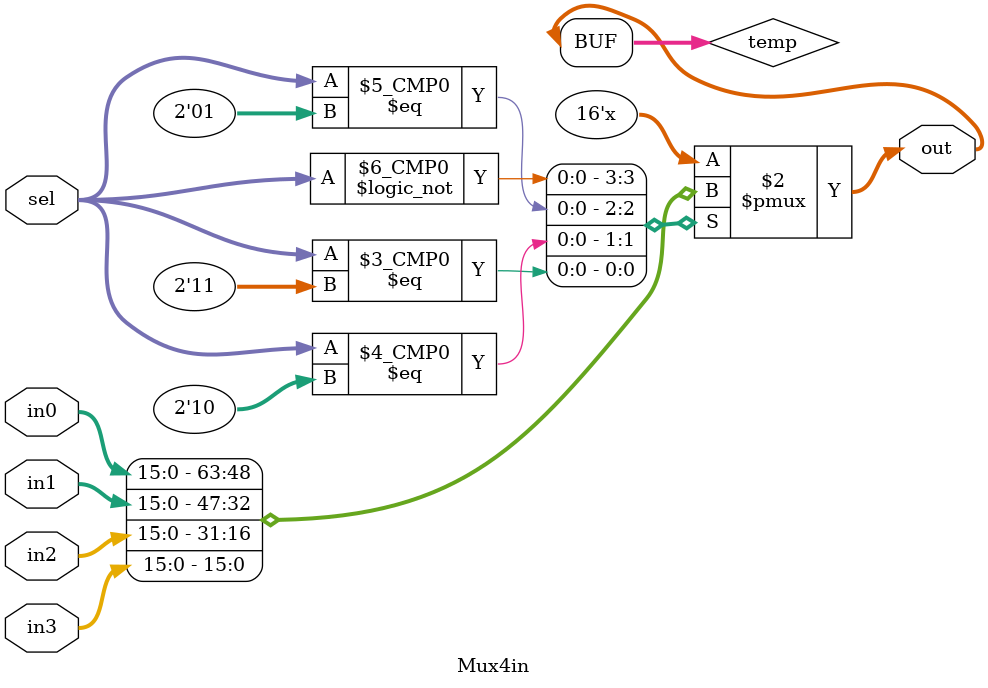
<source format=v>
module Mux4in #(parameter
	data_width = 16
)(
	input [data_width-1: 0] in0,
	input [data_width-1: 0] in1,
	input [data_width-1: 0] in2,
	input [data_width-1: 0] in3,
	input [2-1: 0] sel,
	output [data_width-1: 0] out
);
reg [data_width-1: 0] temp;
always@(*) begin
	case(sel)
		2'd0: begin
			temp = in0;
		end
		2'd1: begin
			temp = in1;
		end
		2'd2: begin
			temp = in2;
		end
		2'd3: begin
			temp = in3;
		end
		default: begin
			temp = {data_width{1'bx}};
		end
	endcase
end
assign out = temp;
endmodule
</source>
